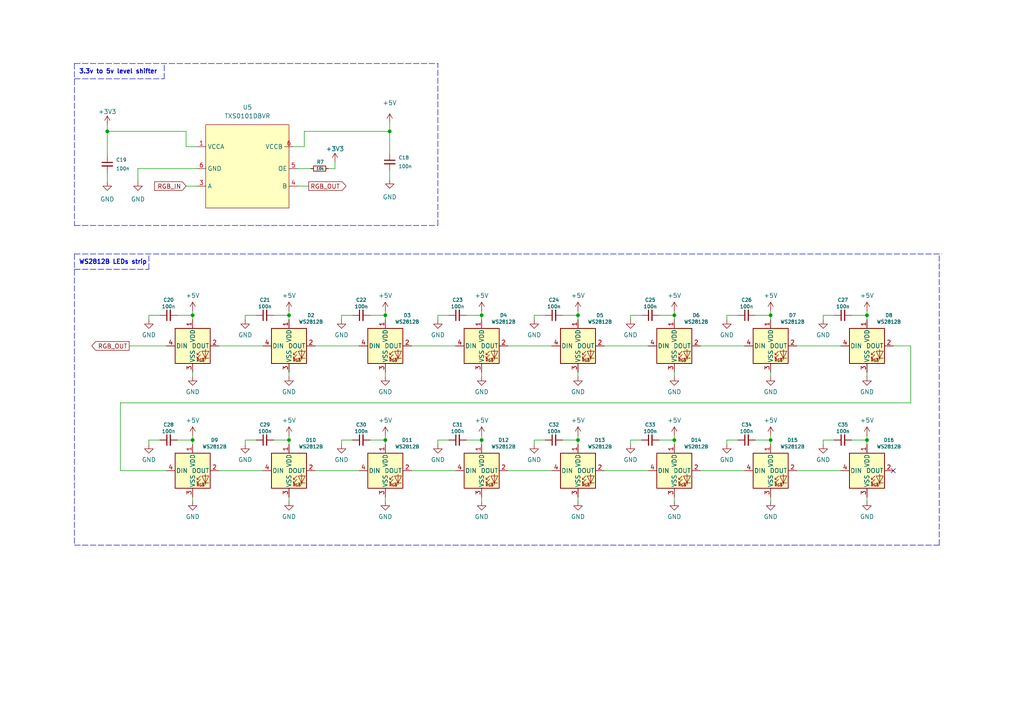
<source format=kicad_sch>
(kicad_sch (version 20211123) (generator eeschema)
  (paper "A4")
  (title_block (title "Phoenix Project No 1 - Type S") (date "2023-05-07") (rev "2") (comment 1 "Designed with love by Rico"))
  (lib_symbols
    (symbol "Device:C_Small" (pin_numbers hide) (pin_names (offset 0.254) hide)
      (property "Reference" "C" (at 0.254 1.778 0))
      (property "Value" "C_Small" (at 0.254 -2.032 0))
      (symbol "C_Small_0_1"
        (polyline (pts (xy -1.524 -0.508) (xy 1.524 -0.508)) (stroke (width 0.3302)))
        (polyline (pts (xy -1.524 0.508) (xy 1.524 0.508)) (stroke (width 0.3048)))
      )
      (symbol "C_Small_1_1"
        (pin passive line (at 0 2.54 270) (length 2.032) (name "~") (number "1"))
        (pin passive line (at 0 -2.54 90) (length 2.032) (name "~") (number "2"))
      )
    )
    (symbol "Device:R_Small" (pin_numbers hide) (pin_names (offset 0.254) hide)
      (property "Reference" "R" (at 0.762 0.508 0))
      (property "Value" "R_Small" (at 0.762 -1.016 0))
      (symbol "R_Small_0_1"
        (rectangle (start -0.762 1.778) (end 0.762 -1.778) (stroke (width 0.2032)))
      )
      (symbol "R_Small_1_1"
        (pin passive line (at 0 2.54 270) (length 0.762) (name "~") (number "1"))
        (pin passive line (at 0 -2.54 90) (length 0.762) (name "~") (number "2"))
      )
    )
    (symbol "LED:WS2812B" (pin_names (offset 0.254))
      (property "Reference" "D" (at 5.08 5.715 0))
      (property "Value" "WS2812B" (at 1.27 -5.715 0))
      (symbol "WS2812B_0_0"
        (text "RGB" (at 2.286 -4.191 0) (effects (font (size 0.762 0.762))))
      )
      (symbol "WS2812B_0_1"
        (polyline (pts (xy 1.27 -3.556) (xy 1.778 -3.556)))
        (polyline (pts (xy 1.27 -2.54) (xy 1.778 -2.54)))
        (polyline (pts (xy 4.699 -3.556) (xy 2.667 -3.556)))
        (polyline (pts (xy 2.286 -2.54) (xy 1.27 -3.556) (xy 1.27 -3.048)))
        (polyline (pts (xy 2.286 -1.524) (xy 1.27 -2.54) (xy 1.27 -2.032)))
        (polyline (pts (xy 3.683 -1.016) (xy 3.683 -3.556) (xy 3.683 -4.064)))
        (polyline (pts (xy 4.699 -1.524) (xy 2.667 -1.524) (xy 3.683 -3.556) (xy 4.699 -1.524)))
        (rectangle (start 5.08 5.08) (end -5.08 -5.08) (stroke (width 0.254)) (fill (type background)))
      )
      (symbol "WS2812B_1_1"
        (pin power_in line (at 0 7.62 270) (length 2.54) (name "VDD") (number "1"))
        (pin output line (at 7.62 0 180) (length 2.54) (name "DOUT") (number "2"))
        (pin power_in line (at 0 -7.62 90) (length 2.54) (name "VSS") (number "3"))
        (pin input line (at -7.62 0 0) (length 2.54) (name "DIN") (number "4"))
      )
    )
    (symbol "mymakercorner:TXS0101DBVR"
      (property "Reference" "U" (at 0 1.27 0))
      (property "Value" "TXS0101DBVR" (at 0 -1.27 0))
      (symbol "TXS0101DBVR_0_1"
        (rectangle (start -12.7 12.7) (end 11.43 -11.43) (fill (type background)))
      )
      (symbol "TXS0101DBVR_1_1"
        (pin power_in line (at -15.24 6.35 0) (length 2.54) (name "VCCA") (number "1"))
        (pin input line (at -15.24 -5.08 0) (length 2.54) (name "A") (number "3"))
        (pin output line (at 13.97 -5.08 180) (length 2.54) (name "B") (number "4"))
        (pin input line (at 13.97 0 180) (length 2.54) (name "OE") (number "5"))
        (pin power_in line (at -15.24 0 0) (length 2.54) (name "GND") (number "6"))
        (pin power_in line (at 12.7 6.35 180) (length 2.54) (name "VCCB") (number "6"))
      )
    )
    (symbol "power:+3V3" (power) (pin_names (offset 0))
      (property "Value" "+3V3" (at 0 3.556 0))
      (symbol "+3V3_0_1"
        (polyline (pts (xy -0.762 1.27) (xy 0 2.54)))
        (polyline (pts (xy 0 0) (xy 0 2.54)))
        (polyline (pts (xy 0 2.54) (xy 0.762 1.27)))
      )
      (symbol "+3V3_1_1"
        (pin power_in line (at 0 0 90) (length 0) hide (name "+3V3") (number "1"))
      )
    )
    (symbol "power:+5V" (power) (pin_names (offset 0))
      (property "Value" "+5V" (at 0 3.556 0))
      (symbol "+5V_0_1"
        (polyline (pts (xy -0.762 1.27) (xy 0 2.54)))
        (polyline (pts (xy 0 0) (xy 0 2.54)))
        (polyline (pts (xy 0 2.54) (xy 0.762 1.27)))
      )
      (symbol "+5V_1_1"
        (pin power_in line (at 0 0 90) (length 0) hide (name "+5V") (number "1"))
      )
    )
    (symbol "power:GND" (power) (pin_names (offset 0))
      (property "Value" "GND" (at 0 -3.81 0))
      (symbol "GND_0_1"
        (polyline (pts (xy 0 0) (xy 0 -1.27) (xy 1.27 -1.27) (xy 0 -2.54) (xy -1.27 -1.27) (xy 0 -1.27)))
      )
      (symbol "GND_1_1"
        (pin power_in line (at 0 0 270) (length 0) hide (name "GND") (number "1"))
      )
    )
  )
  (junction (at 111.76 91.44))
  (junction (at 139.7 127.635))
  (junction (at 113.03 38.1))
  (junction (at 195.58 91.44))
  (junction (at 195.58 127.635))
  (junction (at 251.46 127.635))
  (junction (at 223.52 127.635))
  (junction (at 223.52 91.44))
  (junction (at 55.88 91.44))
  (junction (at 139.7 91.44))
  (junction (at 251.46 91.44))
  (junction (at 83.82 91.44))
  (junction (at 31.115 38.1))
  (junction (at 83.82 127.635))
  (junction (at 111.76 127.635))
  (junction (at 55.88 127.635))
  (junction (at 167.64 127.635))
  (junction (at 167.64 91.44))
  (no_connect (at 259.08 136.525))
  (wire (pts (xy 219.075 127.635) (xy 223.52 127.635)))
  (wire (pts (xy 99.06 91.44) (xy 102.235 91.44)))
  (wire (pts (xy 51.435 127.635) (xy 55.88 127.635)))
  (wire (pts (xy 251.46 91.44) (xy 251.46 92.71)))
  (wire (pts (xy 63.5 100.33) (xy 76.2 100.33)))
  (wire (pts (xy 251.46 144.145) (xy 251.46 145.415)))
  (wire (pts (xy 182.88 91.44) (xy 186.055 91.44)))
  (wire (pts (xy 238.76 91.44) (xy 241.935 91.44)))
  (wire (pts (xy 99.06 127.635) (xy 102.235 127.635)))
  (wire (pts (xy 167.64 144.145) (xy 167.64 145.415)))
  (wire (pts (xy 195.58 127.635) (xy 195.58 128.905)))
  (wire (pts (xy 55.88 90.17) (xy 55.88 91.44)))
  (wire (pts (xy 83.82 90.17) (xy 83.82 91.44)))
  (wire (pts (xy 139.7 91.44) (xy 139.7 92.71)))
  (wire (pts (xy 97.155 48.895) (xy 95.25 48.895)))
  (wire (pts (xy 113.03 38.1) (xy 113.03 44.45)))
  (wire (pts (xy 53.975 38.1) (xy 31.115 38.1)))
  (wire (pts (xy 191.135 127.635) (xy 195.58 127.635)))
  (wire (pts (xy 83.82 107.95) (xy 83.82 109.22)))
  (wire (pts (xy 139.7 126.365) (xy 139.7 127.635)))
  (polyline (pts (xy 21.59 65.405) (xy 127 65.405)))
  (wire (pts (xy 57.15 48.895) (xy 40.005 48.895)))
  (wire (pts (xy 83.82 91.44) (xy 83.82 92.71)))
  (wire (pts (xy 182.88 91.44) (xy 182.88 92.71)))
  (wire (pts (xy 107.315 127.635) (xy 111.76 127.635)))
  (wire (pts (xy 154.94 91.44) (xy 158.115 91.44)))
  (wire (pts (xy 163.195 91.44) (xy 167.64 91.44)))
  (wire (pts (xy 238.76 127.635) (xy 241.935 127.635)))
  (wire (pts (xy 71.12 127.635) (xy 71.12 128.905)))
  (wire (pts (xy 55.88 91.44) (xy 55.88 92.71)))
  (wire (pts (xy 223.52 91.44) (xy 223.52 92.71)))
  (wire (pts (xy 43.18 127.635) (xy 43.18 128.905)))
  (wire (pts (xy 182.88 127.635) (xy 182.88 128.905)))
  (wire (pts (xy 55.88 127.635) (xy 55.88 128.905)))
  (wire (pts (xy 119.38 136.525) (xy 132.08 136.525)))
  (wire (pts (xy 119.38 100.33) (xy 132.08 100.33)))
  (polyline (pts (xy 21.59 158.115) (xy 272.415 158.115)))
  (wire (pts (xy 53.975 42.545) (xy 53.975 38.1)))
  (polyline (pts (xy 21.59 18.415) (xy 127 18.415)))
  (wire (pts (xy 175.26 136.525) (xy 187.96 136.525)))
  (wire (pts (xy 85.09 42.545) (xy 88.265 42.545)))
  (wire (pts (xy 31.115 36.195) (xy 31.115 38.1)))
  (wire (pts (xy 83.82 127.635) (xy 83.82 128.905)))
  (wire (pts (xy 139.7 107.95) (xy 139.7 109.22)))
  (wire (pts (xy 55.88 126.365) (xy 55.88 127.635)))
  (wire (pts (xy 40.005 48.895) (xy 40.005 52.705)))
  (wire (pts (xy 251.46 90.17) (xy 251.46 91.44)))
  (wire (pts (xy 264.16 116.84) (xy 34.925 116.84)))
  (wire (pts (xy 219.075 91.44) (xy 223.52 91.44)))
  (wire (pts (xy 55.88 144.145) (xy 55.88 145.415)))
  (wire (pts (xy 51.435 91.44) (xy 55.88 91.44)))
  (polyline (pts (xy 43.18 78.105) (xy 43.18 73.66)))
  (wire (pts (xy 53.975 53.975) (xy 57.15 53.975)))
  (wire (pts (xy 71.12 127.635) (xy 74.295 127.635)))
  (wire (pts (xy 238.76 127.635) (xy 238.76 128.905)))
  (wire (pts (xy 223.52 127.635) (xy 223.52 128.905)))
  (wire (pts (xy 86.36 48.895) (xy 90.17 48.895)))
  (wire (pts (xy 107.315 91.44) (xy 111.76 91.44)))
  (wire (pts (xy 167.64 91.44) (xy 167.64 92.71)))
  (wire (pts (xy 135.255 91.44) (xy 139.7 91.44)))
  (wire (pts (xy 79.375 127.635) (xy 83.82 127.635)))
  (polyline (pts (xy 272.415 158.115) (xy 272.415 73.66)))
  (wire (pts (xy 139.7 144.145) (xy 139.7 145.415)))
  (wire (pts (xy 43.18 127.635) (xy 46.355 127.635)))
  (polyline (pts (xy 127 65.405) (xy 127 18.415)))
  (wire (pts (xy 223.52 107.95) (xy 223.52 109.22)))
  (wire (pts (xy 231.14 136.525) (xy 243.84 136.525)))
  (wire (pts (xy 223.52 126.365) (xy 223.52 127.635)))
  (wire (pts (xy 34.925 116.84) (xy 34.925 136.525)))
  (wire (pts (xy 210.82 127.635) (xy 213.995 127.635)))
  (polyline (pts (xy 47.625 22.86) (xy 47.625 18.415)))
  (wire (pts (xy 231.14 100.33) (xy 243.84 100.33)))
  (wire (pts (xy 139.7 90.17) (xy 139.7 91.44)))
  (wire (pts (xy 135.255 127.635) (xy 139.7 127.635)))
  (wire (pts (xy 83.82 144.145) (xy 83.82 145.415)))
  (wire (pts (xy 210.82 127.635) (xy 210.82 128.905)))
  (wire (pts (xy 251.46 126.365) (xy 251.46 127.635)))
  (wire (pts (xy 99.06 91.44) (xy 99.06 92.71)))
  (wire (pts (xy 223.52 144.145) (xy 223.52 145.415)))
  (wire (pts (xy 247.015 91.44) (xy 251.46 91.44)))
  (wire (pts (xy 111.76 127.635) (xy 111.76 128.905)))
  (wire (pts (xy 167.64 90.17) (xy 167.64 91.44)))
  (wire (pts (xy 195.58 91.44) (xy 195.58 92.71)))
  (wire (pts (xy 127 91.44) (xy 130.175 91.44)))
  (wire (pts (xy 111.76 144.145) (xy 111.76 145.415)))
  (wire (pts (xy 264.16 100.33) (xy 264.16 116.84)))
  (wire (pts (xy 154.94 127.635) (xy 154.94 128.905)))
  (wire (pts (xy 113.03 35.56) (xy 113.03 38.1)))
  (wire (pts (xy 37.465 100.33) (xy 48.26 100.33)))
  (wire (pts (xy 83.82 126.365) (xy 83.82 127.635)))
  (wire (pts (xy 147.32 100.33) (xy 160.02 100.33)))
  (wire (pts (xy 182.88 127.635) (xy 186.055 127.635)))
  (wire (pts (xy 223.52 90.17) (xy 223.52 91.44)))
  (wire (pts (xy 251.46 107.95) (xy 251.46 109.22)))
  (wire (pts (xy 111.76 91.44) (xy 111.76 92.71)))
  (wire (pts (xy 55.88 107.95) (xy 55.88 109.22)))
  (wire (pts (xy 127 91.44) (xy 127 92.71)))
  (wire (pts (xy 97.155 46.99) (xy 97.155 48.895)))
  (wire (pts (xy 147.32 136.525) (xy 160.02 136.525)))
  (wire (pts (xy 210.82 91.44) (xy 210.82 92.71)))
  (wire (pts (xy 91.44 100.33) (xy 104.14 100.33)))
  (wire (pts (xy 43.18 91.44) (xy 46.355 91.44)))
  (wire (pts (xy 259.08 100.33) (xy 264.16 100.33)))
  (wire (pts (xy 203.2 136.525) (xy 215.9 136.525)))
  (wire (pts (xy 111.76 107.95) (xy 111.76 109.22)))
  (polyline (pts (xy 21.59 18.415) (xy 21.59 65.405)))
  (wire (pts (xy 251.46 127.635) (xy 251.46 128.905)))
  (wire (pts (xy 71.12 91.44) (xy 71.12 92.71)))
  (wire (pts (xy 167.64 107.95) (xy 167.64 109.22)))
  (polyline (pts (xy 21.59 73.66) (xy 273.05 73.66)))
  (wire (pts (xy 163.195 127.635) (xy 167.64 127.635)))
  (wire (pts (xy 167.64 127.635) (xy 167.64 128.905)))
  (wire (pts (xy 31.115 38.1) (xy 31.115 45.085)))
  (wire (pts (xy 127 127.635) (xy 130.175 127.635)))
  (polyline (pts (xy 21.59 73.66) (xy 21.59 158.115)))
  (wire (pts (xy 79.375 91.44) (xy 83.82 91.44)))
  (wire (pts (xy 88.265 38.1) (xy 113.03 38.1)))
  (wire (pts (xy 86.36 53.975) (xy 89.535 53.975)))
  (wire (pts (xy 63.5 136.525) (xy 76.2 136.525)))
  (wire (pts (xy 191.135 91.44) (xy 195.58 91.44)))
  (wire (pts (xy 88.265 42.545) (xy 88.265 38.1)))
  (wire (pts (xy 71.12 91.44) (xy 74.295 91.44)))
  (wire (pts (xy 210.82 91.44) (xy 213.995 91.44)))
  (wire (pts (xy 113.03 49.53) (xy 113.03 52.07)))
  (polyline (pts (xy 21.59 78.105) (xy 43.18 78.105)))
  (wire (pts (xy 175.26 100.33) (xy 187.96 100.33)))
  (wire (pts (xy 154.94 91.44) (xy 154.94 92.71)))
  (wire (pts (xy 111.76 90.17) (xy 111.76 91.44)))
  (polyline (pts (xy 21.59 22.86) (xy 47.625 22.86)))
  (wire (pts (xy 195.58 107.95) (xy 195.58 109.22)))
  (wire (pts (xy 127 127.635) (xy 127 128.905)))
  (wire (pts (xy 195.58 90.17) (xy 195.58 91.44)))
  (wire (pts (xy 34.925 136.525) (xy 48.26 136.525)))
  (wire (pts (xy 167.64 126.365) (xy 167.64 127.635)))
  (wire (pts (xy 53.975 42.545) (xy 57.15 42.545)))
  (wire (pts (xy 238.76 91.44) (xy 238.76 92.71)))
  (wire (pts (xy 43.18 91.44) (xy 43.18 92.71)))
  (wire (pts (xy 203.2 100.33) (xy 215.9 100.33)))
  (wire (pts (xy 139.7 127.635) (xy 139.7 128.905)))
  (wire (pts (xy 111.76 126.365) (xy 111.76 127.635)))
  (wire (pts (xy 195.58 144.145) (xy 195.58 145.415)))
  (wire (pts (xy 247.015 127.635) (xy 251.46 127.635)))
  (wire (pts (xy 154.94 127.635) (xy 158.115 127.635)))
  (wire (pts (xy 99.06 127.635) (xy 99.06 128.905)))
  (wire (pts (xy 91.44 136.525) (xy 104.14 136.525)))
  (wire (pts (xy 31.115 50.165) (xy 31.115 52.705)))
  (wire (pts (xy 195.58 126.365) (xy 195.58 127.635)))
  (text "WS2812B LEDs strip" (at 22.86 76.835 0) (effects (font (size 1.27 1.27) (thickness 0.254) bold) (justify left bottom)))
  (text "3.3v to 5v level shifter" (at 22.86 21.59 0) (effects (font (size 1.27 1.27) (thickness 0.254) bold) (justify left bottom)))
  (global_label "RGB_OUT" (shape output) (at 37.465 100.33 180) (property "Intersheet References" "${INTERSHEET_REFS}" (effects hide)))
  (global_label "RGB_OUT" (shape output) (at 89.535 53.975 0) (property "Intersheet References" "${INTERSHEET_REFS}" (effects hide)))
  (global_label "RGB_IN" (shape input) (at 53.975 53.975 180) (property "Intersheet References" "${INTERSHEET_REFS}" (effects hide)))
  (symbol (lib_id "Device:C_Small") (at 104.775 91.44 90) (unit 1)
    (property "Reference" "C22" (at 104.775 86.995 90) (effects (font (size 1 1))))
    (property "Value" "100n" (at 104.7813 88.9 90) (effects (font (size 1 1))))
    (property "Footprint" "mymakercorner:C_402" (effects hide))
    (property "LCSC" "C1525" (effects hide))
  )
  (symbol (lib_id "power:+3V3") (at 97.155 46.99 0) (unit 1)
    (property "Reference" "#PWR0123" (effects hide))
    (property "Value" "+3V3" (at 97.155 43.18 0))
  )
  (symbol (lib_id "Device:C_Small") (at 244.475 127.635 90) (unit 1)
    (property "Reference" "C35" (at 244.475 123.19 90) (effects (font (size 1 1))))
    (property "Value" "100n" (at 244.4813 125.095 90) (effects (font (size 1 1))))
    (property "Footprint" "mymakercorner:C_402" (effects hide))
    (property "LCSC" "C1525" (effects hide))
  )
  (symbol (lib_id "power:GND") (at 40.005 52.705 0) (unit 1)
    (property "Reference" "#PWR039" (effects hide))
    (property "Value" "GND" (at 40.005 57.785 0))
  )
  (symbol (lib_id "power:GND") (at 83.82 109.22 0) (unit 1)
    (property "Reference" "#PWR057" (effects hide))
    (property "Value" "GND" (at 83.82 113.665 0))
  )
  (symbol (lib_id "Device:C_Small") (at 76.835 127.635 90) (unit 1)
    (property "Reference" "C29" (at 76.835 123.19 90) (effects (font (size 1 1))))
    (property "Value" "100n" (at 76.8413 125.095 90) (effects (font (size 1 1))))
    (property "Footprint" "mymakercorner:C_402" (effects hide))
    (property "LCSC" "C1525" (effects hide))
  )
  (symbol (lib_id "LED:WS2812B") (at 223.52 100.33 0) (unit 1)
    (property "Reference" "D7" (at 229.87 91.44 0) (effects (font (size 1 1))))
    (property "Value" "WS2812B" (at 229.87 93.345 0) (effects (font (size 1 1))))
    (property "Footprint" "mymakercorner:WS6812_Mini" (effects hide))
    (property "Datasheet" "https://cdn-shop.adafruit.com/datasheets/WS2812B.pdf" (effects hide))
    (property "LCSC" "C527089" (effects hide))
  )
  (symbol (lib_id "power:GND") (at 111.76 109.22 0) (unit 1)
    (property "Reference" "#PWR058" (effects hide))
    (property "Value" "GND" (at 111.76 113.665 0))
  )
  (symbol (lib_id "power:GND") (at 71.12 128.905 0) (unit 1)
    (property "Reference" "#PWR073" (effects hide))
    (property "Value" "GND" (at 71.12 133.35 0))
  )
  (symbol (lib_id "LED:WS2812B") (at 251.46 100.33 0) (unit 1)
    (property "Reference" "D8" (at 257.81 91.44 0) (effects (font (size 1 1))))
    (property "Value" "WS2812B" (at 257.81 93.345 0) (effects (font (size 1 1))))
    (property "Footprint" "mymakercorner:WS6812_Mini" (effects hide))
    (property "Datasheet" "https://cdn-shop.adafruit.com/datasheets/WS2812B.pdf" (effects hide))
    (property "LCSC" "C527089" (effects hide))
  )
  (symbol (lib_id "power:+5V") (at 139.7 126.365 0) (unit 1)
    (property "Reference" "#PWR067" (effects hide))
    (property "Value" "+5V" (at 139.7 121.92 0))
  )
  (symbol (lib_id "power:+5V") (at 195.58 126.365 0) (unit 1)
    (property "Reference" "#PWR069" (effects hide))
    (property "Value" "+5V" (at 195.58 121.92 0))
  )
  (symbol (lib_id "Device:C_Small") (at 113.03 46.99 0) (unit 1)
    (property "Reference" "C18" (at 115.57 45.7262 0) (effects (font (size 1 1)) (justify left)))
    (property "Value" "100n" (at 115.57 48.2662 0) (effects (font (size 1 1)) (justify left)))
    (property "Footprint" "mymakercorner:C_402" (effects hide))
    (property "LCSC" "C1525" (effects hide))
  )
  (symbol (lib_id "power:+5V") (at 55.88 90.17 0) (unit 1)
    (property "Reference" "#PWR040" (effects hide))
    (property "Value" "+5V" (at 55.88 85.725 0))
  )
  (symbol (lib_id "LED:WS2812B") (at 195.58 136.525 0) (unit 1)
    (property "Reference" "D14" (at 201.93 127.635 0) (effects (font (size 1 1))))
    (property "Value" "WS2812B" (at 201.93 129.54 0) (effects (font (size 1 1))))
    (property "Footprint" "mymakercorner:WS6812_Mini" (effects hide))
    (property "Datasheet" "https://cdn-shop.adafruit.com/datasheets/WS2812B.pdf" (effects hide))
    (property "LCSC" "C527089" (effects hide))
  )
  (symbol (lib_id "power:GND") (at 43.18 92.71 0) (unit 1)
    (property "Reference" "#PWR048" (effects hide))
    (property "Value" "GND" (at 43.18 97.155 0))
  )
  (symbol (lib_id "Device:C_Small") (at 104.775 127.635 90) (unit 1)
    (property "Reference" "C30" (at 104.775 123.19 90) (effects (font (size 1 1))))
    (property "Value" "100n" (at 104.7813 125.095 90) (effects (font (size 1 1))))
    (property "Footprint" "mymakercorner:C_402" (effects hide))
    (property "LCSC" "C1525" (effects hide))
  )
  (symbol (lib_id "Device:C_Small") (at 216.535 91.44 90) (unit 1)
    (property "Reference" "C26" (at 216.535 86.995 90) (effects (font (size 1 1))))
    (property "Value" "100n" (at 216.5413 88.9 90) (effects (font (size 1 1))))
    (property "Footprint" "mymakercorner:C_402" (effects hide))
    (property "LCSC" "C1525" (effects hide))
  )
  (symbol (lib_id "LED:WS2812B") (at 111.76 136.525 0) (unit 1)
    (property "Reference" "D11" (at 118.11 127.635 0) (effects (font (size 1 1))))
    (property "Value" "WS2812B" (at 118.11 129.54 0) (effects (font (size 1 1))))
    (property "Footprint" "mymakercorner:WS6812_Mini" (effects hide))
    (property "Datasheet" "https://cdn-shop.adafruit.com/datasheets/WS2812B.pdf" (effects hide))
    (property "LCSC" "C527089" (effects hide))
  )
  (symbol (lib_id "LED:WS2812B") (at 251.46 136.525 0) (unit 1)
    (property "Reference" "D16" (at 257.81 127.635 0) (effects (font (size 1 1))))
    (property "Value" "WS2812B" (at 257.81 129.54 0) (effects (font (size 1 1))))
    (property "Footprint" "mymakercorner:WS6812_Mini" (effects hide))
    (property "Datasheet" "https://cdn-shop.adafruit.com/datasheets/WS2812B.pdf" (effects hide))
    (property "LCSC" "C527089" (effects hide))
  )
  (symbol (lib_id "power:GND") (at 238.76 92.71 0) (unit 1)
    (property "Reference" "#PWR055" (effects hide))
    (property "Value" "GND" (at 238.76 97.155 0))
  )
  (symbol (lib_id "LED:WS2812B") (at 83.82 136.525 0) (unit 1)
    (property "Reference" "D10" (at 90.17 127.635 0) (effects (font (size 1 1))))
    (property "Value" "WS2812B" (at 90.17 129.54 0) (effects (font (size 1 1))))
    (property "Footprint" "mymakercorner:WS6812_Mini" (effects hide))
    (property "Datasheet" "https://cdn-shop.adafruit.com/datasheets/WS2812B.pdf" (effects hide))
    (property "LCSC" "C527089" (effects hide))
  )
  (symbol (lib_id "Device:C_Small") (at 31.115 47.625 0) (unit 1)
    (property "Reference" "C19" (at 33.655 46.3612 0) (effects (font (size 1 1)) (justify left)))
    (property "Value" "100n" (at 33.655 48.9012 0) (effects (font (size 1 1)) (justify left)))
    (property "Footprint" "mymakercorner:C_402" (effects hide))
    (property "LCSC" "C1525" (effects hide))
  )
  (symbol (lib_id "power:GND") (at 182.88 128.905 0) (unit 1)
    (property "Reference" "#PWR077" (effects hide))
    (property "Value" "GND" (at 182.88 133.35 0))
  )
  (symbol (lib_id "Device:C_Small") (at 188.595 91.44 90) (unit 1)
    (property "Reference" "C25" (at 188.595 86.995 90) (effects (font (size 1 1))))
    (property "Value" "100n" (at 188.6013 88.9 90) (effects (font (size 1 1))))
    (property "Footprint" "mymakercorner:C_402" (effects hide))
    (property "LCSC" "C1525" (effects hide))
  )
  (symbol (lib_id "power:GND") (at 223.52 145.415 0) (unit 1)
    (property "Reference" "#PWR086" (effects hide))
    (property "Value" "GND" (at 223.52 149.86 0))
  )
  (symbol (lib_id "power:+5V") (at 223.52 126.365 0) (unit 1)
    (property "Reference" "#PWR070" (effects hide))
    (property "Value" "+5V" (at 223.52 121.92 0))
  )
  (symbol (lib_id "power:+5V") (at 83.82 126.365 0) (unit 1)
    (property "Reference" "#PWR065" (effects hide))
    (property "Value" "+5V" (at 83.82 121.92 0))
  )
  (symbol (lib_id "power:+5V") (at 251.46 126.365 0) (unit 1)
    (property "Reference" "#PWR071" (effects hide))
    (property "Value" "+5V" (at 251.46 121.92 0))
  )
  (symbol (lib_id "LED:WS2812B") (at 55.88 136.525 0) (unit 1)
    (property "Reference" "D9" (at 62.23 127.635 0) (effects (font (size 1 1))))
    (property "Value" "WS2812B" (at 62.23 129.54 0) (effects (font (size 1 1))))
    (property "Footprint" "mymakercorner:WS6812_Mini" (effects hide))
    (property "Datasheet" "https://cdn-shop.adafruit.com/datasheets/WS2812B.pdf" (effects hide))
    (property "LCSC" "C527089" (effects hide))
  )
  (symbol (lib_id "Device:C_Small") (at 48.895 91.44 90) (unit 1)
    (property "Reference" "C20" (at 48.895 86.995 90) (effects (font (size 1 1))))
    (property "Value" "100n" (at 48.9013 88.9 90) (effects (font (size 1 1))))
    (property "Footprint" "mymakercorner:C_402" (effects hide))
    (property "LCSC" "C1525" (effects hide))
  )
  (symbol (lib_id "power:+5V") (at 195.58 90.17 0) (unit 1)
    (property "Reference" "#PWR045" (effects hide))
    (property "Value" "+5V" (at 195.58 85.725 0))
  )
  (symbol (lib_id "power:+5V") (at 223.52 90.17 0) (unit 1)
    (property "Reference" "#PWR046" (effects hide))
    (property "Value" "+5V" (at 223.52 85.725 0))
  )
  (symbol (lib_id "power:GND") (at 139.7 109.22 0) (unit 1)
    (property "Reference" "#PWR059" (effects hide))
    (property "Value" "GND" (at 139.7 113.665 0))
  )
  (symbol (lib_id "Device:C_Small") (at 48.895 127.635 90) (unit 1)
    (property "Reference" "C28" (at 48.895 123.19 90) (effects (font (size 1 1))))
    (property "Value" "100n" (at 48.9013 125.095 90) (effects (font (size 1 1))))
    (property "Footprint" "mymakercorner:C_402" (effects hide))
    (property "LCSC" "C1525" (effects hide))
  )
  (symbol (lib_id "power:+5V") (at 55.88 126.365 0) (unit 1)
    (property "Reference" "#PWR064" (effects hide))
    (property "Value" "+5V" (at 55.88 121.92 0))
  )
  (symbol (lib_id "power:+5V") (at 111.76 126.365 0) (unit 1)
    (property "Reference" "#PWR066" (effects hide))
    (property "Value" "+5V" (at 111.76 121.92 0))
  )
  (symbol (lib_id "power:+5V") (at 113.03 35.56 0) (unit 1)
    (property "Reference" "#PWR034" (effects hide))
    (property "Value" "+5V" (at 113.03 29.845 0))
  )
  (symbol (lib_id "power:GND") (at 55.88 145.415 0) (unit 1)
    (property "Reference" "#PWR080" (effects hide))
    (property "Value" "GND" (at 55.88 149.86 0))
  )
  (symbol (lib_id "power:+5V") (at 167.64 126.365 0) (unit 1)
    (property "Reference" "#PWR068" (effects hide))
    (property "Value" "+5V" (at 167.64 121.92 0))
  )
  (symbol (lib_id "power:GND") (at 43.18 128.905 0) (unit 1)
    (property "Reference" "#PWR072" (effects hide))
    (property "Value" "GND" (at 43.18 133.35 0))
  )
  (symbol (lib_id "Device:C_Small") (at 160.655 127.635 90) (unit 1)
    (property "Reference" "C32" (at 160.655 123.19 90) (effects (font (size 1 1))))
    (property "Value" "100n" (at 160.6613 125.095 90) (effects (font (size 1 1))))
    (property "Footprint" "mymakercorner:C_402" (effects hide))
    (property "LCSC" "C1525" (effects hide))
  )
  (symbol (lib_id "power:GND") (at 139.7 145.415 0) (unit 1)
    (property "Reference" "#PWR083" (effects hide))
    (property "Value" "GND" (at 139.7 149.86 0))
  )
  (symbol (lib_id "power:+5V") (at 83.82 90.17 0) (unit 1)
    (property "Reference" "#PWR041" (effects hide))
    (property "Value" "+5V" (at 83.82 85.725 0))
  )
  (symbol (lib_id "power:GND") (at 210.82 92.71 0) (unit 1)
    (property "Reference" "#PWR054" (effects hide))
    (property "Value" "GND" (at 210.82 97.155 0))
  )
  (symbol (lib_id "LED:WS2812B") (at 55.88 100.33 0) (unit 1)
    (property "Reference" "D1" (effects hide))
    (property "Value" "WS2812B" (effects hide))
    (property "Footprint" "mymakercorner:WS6812_Mini" (effects hide))
    (property "Datasheet" "https://cdn-shop.adafruit.com/datasheets/WS2812B.pdf" (effects hide))
    (property "LCSC" "C527089" (effects hide))
  )
  (symbol (lib_id "power:GND") (at 99.06 128.905 0) (unit 1)
    (property "Reference" "#PWR074" (effects hide))
    (property "Value" "GND" (at 99.06 133.35 0))
  )
  (symbol (lib_id "LED:WS2812B") (at 167.64 136.525 0) (unit 1)
    (property "Reference" "D13" (at 173.99 127.635 0) (effects (font (size 1 1))))
    (property "Value" "WS2812B" (at 173.99 129.54 0) (effects (font (size 1 1))))
    (property "Footprint" "mymakercorner:WS6812_Mini" (effects hide))
    (property "Datasheet" "https://cdn-shop.adafruit.com/datasheets/WS2812B.pdf" (effects hide))
    (property "LCSC" "C527089" (effects hide))
  )
  (symbol (lib_id "power:GND") (at 154.94 92.71 0) (unit 1)
    (property "Reference" "#PWR052" (effects hide))
    (property "Value" "GND" (at 154.94 97.155 0))
  )
  (symbol (lib_id "power:+5V") (at 111.76 90.17 0) (unit 1)
    (property "Reference" "#PWR042" (effects hide))
    (property "Value" "+5V" (at 111.76 85.725 0))
  )
  (symbol (lib_id "LED:WS2812B") (at 195.58 100.33 0) (unit 1)
    (property "Reference" "D6" (at 201.93 91.44 0) (effects (font (size 1 1))))
    (property "Value" "WS2812B" (at 201.93 93.345 0) (effects (font (size 1 1))))
    (property "Footprint" "mymakercorner:WS6812_Mini" (effects hide))
    (property "Datasheet" "https://cdn-shop.adafruit.com/datasheets/WS2812B.pdf" (effects hide))
    (property "LCSC" "C527089" (effects hide))
  )
  (symbol (lib_id "power:+5V") (at 251.46 90.17 0) (unit 1)
    (property "Reference" "#PWR047" (effects hide))
    (property "Value" "+5V" (at 251.46 85.725 0))
  )
  (symbol (lib_id "LED:WS2812B") (at 223.52 136.525 0) (unit 1)
    (property "Reference" "D15" (at 229.87 127.635 0) (effects (font (size 1 1))))
    (property "Value" "WS2812B" (at 229.87 129.54 0) (effects (font (size 1 1))))
    (property "Footprint" "mymakercorner:WS6812_Mini" (effects hide))
    (property "Datasheet" "https://cdn-shop.adafruit.com/datasheets/WS2812B.pdf" (effects hide))
    (property "LCSC" "C527089" (effects hide))
  )
  (symbol (lib_id "power:+5V") (at 139.7 90.17 0) (unit 1)
    (property "Reference" "#PWR043" (effects hide))
    (property "Value" "+5V" (at 139.7 85.725 0))
  )
  (symbol (lib_id "power:GND") (at 251.46 109.22 0) (unit 1)
    (property "Reference" "#PWR063" (effects hide))
    (property "Value" "GND" (at 251.46 113.665 0))
  )
  (symbol (lib_id "power:GND") (at 154.94 128.905 0) (unit 1)
    (property "Reference" "#PWR076" (effects hide))
    (property "Value" "GND" (at 154.94 133.35 0))
  )
  (symbol (lib_id "power:GND") (at 238.76 128.905 0) (unit 1)
    (property "Reference" "#PWR079" (effects hide))
    (property "Value" "GND" (at 238.76 133.35 0))
  )
  (symbol (lib_id "power:GND") (at 55.88 109.22 0) (unit 1)
    (property "Reference" "#PWR056" (effects hide))
    (property "Value" "GND" (at 55.88 113.665 0))
  )
  (symbol (lib_id "power:GND") (at 167.64 109.22 0) (unit 1)
    (property "Reference" "#PWR060" (effects hide))
    (property "Value" "GND" (at 167.64 113.665 0))
  )
  (symbol (lib_id "power:GND") (at 182.88 92.71 0) (unit 1)
    (property "Reference" "#PWR053" (effects hide))
    (property "Value" "GND" (at 182.88 97.155 0))
  )
  (symbol (lib_id "power:GND") (at 83.82 145.415 0) (unit 1)
    (property "Reference" "#PWR081" (effects hide))
    (property "Value" "GND" (at 83.82 149.86 0))
  )
  (symbol (lib_id "power:GND") (at 251.46 145.415 0) (unit 1)
    (property "Reference" "#PWR087" (effects hide))
    (property "Value" "GND" (at 251.46 149.86 0))
  )
  (symbol (lib_id "Device:R_Small") (at 92.71 48.895 270) (unit 1)
    (property "Reference" "R7" (at 93.98 46.99 90) (effects (font (size 1 1)) (justify right)))
    (property "Value" "10k" (at 93.98 48.895 90) (effects (font (size 0.8 0.8)) (justify right)))
    (property "Footprint" "mymakercorner:R_402" (effects hide))
    (property "LCSC" "C25744" (effects hide))
  )
  (symbol (lib_id "LED:WS2812B") (at 83.82 100.33 0) (unit 1)
    (property "Reference" "D2" (at 90.17 91.44 0) (effects (font (size 1 1))))
    (property "Value" "WS2812B" (at 90.17 93.345 0) (effects (font (size 1 1))))
    (property "Footprint" "mymakercorner:WS6812_Mini" (effects hide))
    (property "Datasheet" "https://cdn-shop.adafruit.com/datasheets/WS2812B.pdf" (effects hide))
    (property "LCSC" "C527089" (effects hide))
  )
  (symbol (lib_id "power:GND") (at 210.82 128.905 0) (unit 1)
    (property "Reference" "#PWR078" (effects hide))
    (property "Value" "GND" (at 210.82 133.35 0))
  )
  (symbol (lib_id "power:GND") (at 195.58 145.415 0) (unit 1)
    (property "Reference" "#PWR085" (effects hide))
    (property "Value" "GND" (at 195.58 149.86 0))
  )
  (symbol (lib_id "Device:C_Small") (at 244.475 91.44 90) (unit 1)
    (property "Reference" "C27" (at 244.475 86.995 90) (effects (font (size 1 1))))
    (property "Value" "100n" (at 244.4813 88.9 90) (effects (font (size 1 1))))
    (property "Footprint" "mymakercorner:C_402" (effects hide))
    (property "LCSC" "C1525" (effects hide))
  )
  (symbol (lib_id "power:GND") (at 223.52 109.22 0) (unit 1)
    (property "Reference" "#PWR062" (effects hide))
    (property "Value" "GND" (at 223.52 113.665 0))
  )
  (symbol (lib_id "LED:WS2812B") (at 111.76 100.33 0) (unit 1)
    (property "Reference" "D3" (at 118.11 91.44 0) (effects (font (size 1 1))))
    (property "Value" "WS2812B" (at 118.11 93.345 0) (effects (font (size 1 1))))
    (property "Footprint" "mymakercorner:WS6812_Mini" (effects hide))
    (property "Datasheet" "https://cdn-shop.adafruit.com/datasheets/WS2812B.pdf" (effects hide))
    (property "LCSC" "C527089" (effects hide))
  )
  (symbol (lib_id "power:GND") (at 195.58 109.22 0) (unit 1)
    (property "Reference" "#PWR061" (effects hide))
    (property "Value" "GND" (at 195.58 113.665 0))
  )
  (symbol (lib_id "Device:C_Small") (at 132.715 127.635 90) (unit 1)
    (property "Reference" "C31" (at 132.715 123.19 90) (effects (font (size 1 1))))
    (property "Value" "100n" (at 132.7213 125.095 90) (effects (font (size 1 1))))
    (property "Footprint" "mymakercorner:C_402" (effects hide))
    (property "LCSC" "C1525" (effects hide))
  )
  (symbol (lib_id "mymakercorner:TXS0101DBVR") (at 72.39 48.895 0) (unit 1)
    (property "Reference" "U5" (at 71.755 31.115 0))
    (property "Value" "TXS0101DBVR" (at 71.755 33.655 0))
    (property "Footprint" "mymakercorner:SOT-23-6" (effects hide))
    (property "Datasheet" "https://www.ti.com/lit/ds/symlink/txs0101.pdf" (effects hide))
    (property "LCSC" "C132604" (effects hide))
  )
  (symbol (lib_id "power:GND") (at 167.64 145.415 0) (unit 1)
    (property "Reference" "#PWR084" (effects hide))
    (property "Value" "GND" (at 167.64 149.86 0))
  )
  (symbol (lib_id "power:GND") (at 127 92.71 0) (unit 1)
    (property "Reference" "#PWR051" (effects hide))
    (property "Value" "GND" (at 127 97.155 0))
  )
  (symbol (lib_id "power:+5V") (at 167.64 90.17 0) (unit 1)
    (property "Reference" "#PWR044" (effects hide))
    (property "Value" "+5V" (at 167.64 85.725 0))
  )
  (symbol (lib_id "power:GND") (at 113.03 52.07 0) (unit 1)
    (property "Reference" "#PWR037" (effects hide))
    (property "Value" "GND" (at 113.03 57.15 0))
  )
  (symbol (lib_id "LED:WS2812B") (at 139.7 136.525 0) (unit 1)
    (property "Reference" "D12" (at 146.05 127.635 0) (effects (font (size 1 1))))
    (property "Value" "WS2812B" (at 146.05 129.54 0) (effects (font (size 1 1))))
    (property "Footprint" "mymakercorner:WS6812_Mini" (effects hide))
    (property "Datasheet" "https://cdn-shop.adafruit.com/datasheets/WS2812B.pdf" (effects hide))
    (property "LCSC" "C527089" (effects hide))
  )
  (symbol (lib_id "power:GND") (at 127 128.905 0) (unit 1)
    (property "Reference" "#PWR075" (effects hide))
    (property "Value" "GND" (at 127 133.35 0))
  )
  (symbol (lib_id "LED:WS2812B") (at 139.7 100.33 0) (unit 1)
    (property "Reference" "D4" (at 146.05 91.44 0) (effects (font (size 1 1))))
    (property "Value" "WS2812B" (at 146.05 93.345 0) (effects (font (size 1 1))))
    (property "Footprint" "mymakercorner:WS6812_Mini" (effects hide))
    (property "Datasheet" "https://cdn-shop.adafruit.com/datasheets/WS2812B.pdf" (effects hide))
    (property "LCSC" "C527089" (effects hide))
  )
  (symbol (lib_id "Device:C_Small") (at 188.595 127.635 90) (unit 1)
    (property "Reference" "C33" (at 188.595 123.19 90) (effects (font (size 1 1))))
    (property "Value" "100n" (at 188.6013 125.095 90) (effects (font (size 1 1))))
    (property "Footprint" "mymakercorner:C_402" (effects hide))
    (property "LCSC" "C1525" (effects hide))
  )
  (symbol (lib_id "power:GND") (at 111.76 145.415 0) (unit 1)
    (property "Reference" "#PWR082" (effects hide))
    (property "Value" "GND" (at 111.76 149.86 0))
  )
  (symbol (lib_id "LED:WS2812B") (at 167.64 100.33 0) (unit 1)
    (property "Reference" "D5" (at 173.99 91.44 0) (effects (font (size 1 1))))
    (property "Value" "WS2812B" (at 173.99 93.345 0) (effects (font (size 1 1))))
    (property "Footprint" "mymakercorner:WS6812_Mini" (effects hide))
    (property "Datasheet" "https://cdn-shop.adafruit.com/datasheets/WS2812B.pdf" (effects hide))
    (property "LCSC" "C527089" (effects hide))
  )
  (symbol (lib_id "Device:C_Small") (at 132.715 91.44 90) (unit 1)
    (property "Reference" "C23" (at 132.715 86.995 90) (effects (font (size 1 1))))
    (property "Value" "100n" (at 132.7213 88.9 90) (effects (font (size 1 1))))
    (property "Footprint" "mymakercorner:C_402" (effects hide))
    (property "LCSC" "C1525" (effects hide))
  )
  (symbol (lib_id "power:GND") (at 31.115 52.705 0) (unit 1)
    (property "Reference" "#PWR038" (effects hide))
    (property "Value" "GND" (at 31.115 57.785 0))
  )
  (symbol (lib_id "power:GND") (at 99.06 92.71 0) (unit 1)
    (property "Reference" "#PWR050" (effects hide))
    (property "Value" "GND" (at 99.06 97.155 0))
  )
  (symbol (lib_id "Device:C_Small") (at 216.535 127.635 90) (unit 1)
    (property "Reference" "C34" (at 216.535 123.19 90) (effects (font (size 1 1))))
    (property "Value" "100n" (at 216.5413 125.095 90) (effects (font (size 1 1))))
    (property "Footprint" "mymakercorner:C_402" (effects hide))
    (property "LCSC" "C1525" (effects hide))
  )
  (symbol (lib_id "Device:C_Small") (at 160.655 91.44 90) (unit 1)
    (property "Reference" "C24" (at 160.655 86.995 90) (effects (font (size 1 1))))
    (property "Value" "100n" (at 160.6613 88.9 90) (effects (font (size 1 1))))
    (property "Footprint" "mymakercorner:C_402" (effects hide))
    (property "LCSC" "C1525" (effects hide))
  )
  (symbol (lib_id "power:GND") (at 71.12 92.71 0) (unit 1)
    (property "Reference" "#PWR049" (effects hide))
    (property "Value" "GND" (at 71.12 97.155 0))
  )
  (symbol (lib_id "Device:C_Small") (at 76.835 91.44 90) (unit 1)
    (property "Reference" "C21" (at 76.835 86.995 90) (effects (font (size 1 1))))
    (property "Value" "100n" (at 76.8413 88.9 90) (effects (font (size 1 1))))
    (property "Footprint" "mymakercorner:C_402" (effects hide))
    (property "LCSC" "C1525" (effects hide))
  )
  (symbol (lib_id "power:+3V3") (at 31.115 36.195 0) (unit 1)
    (property "Reference" "#PWR0122" (effects hide))
    (property "Value" "+3V3" (at 31.115 32.385 0))
  )
)
</source>
